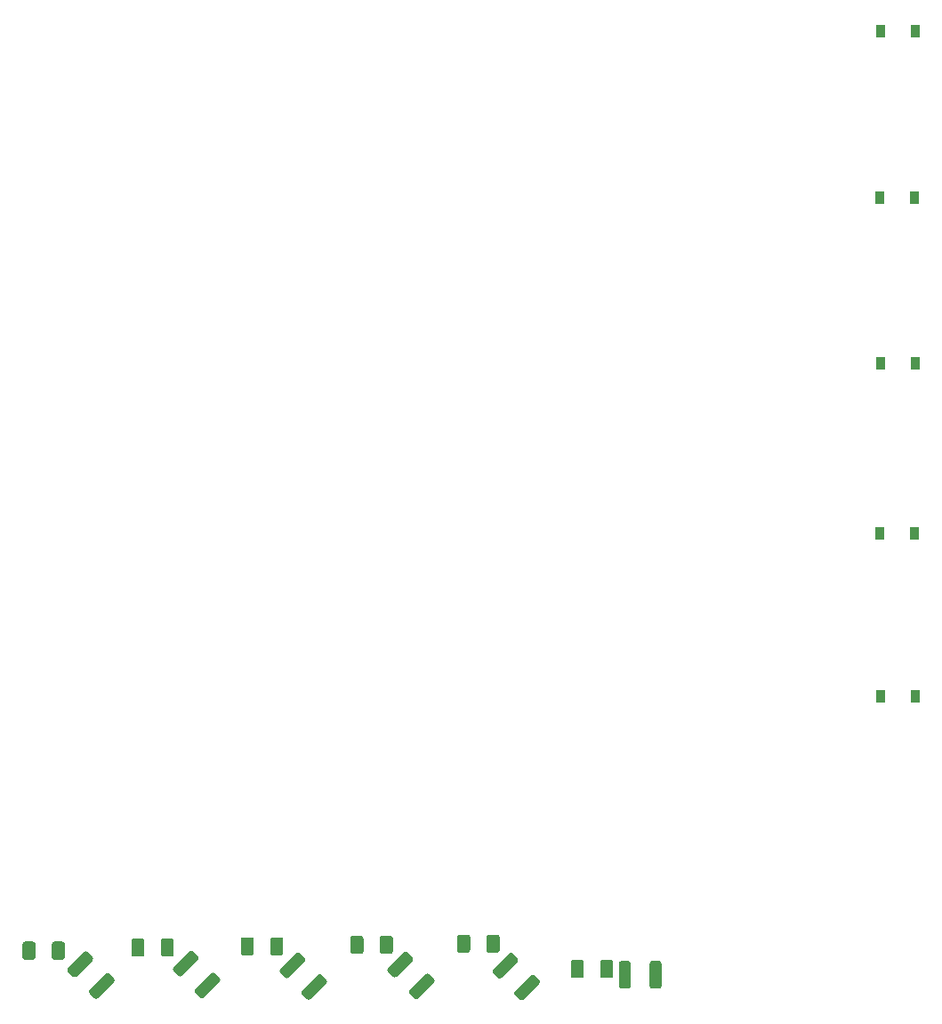
<source format=gbr>
%TF.GenerationSoftware,KiCad,Pcbnew,(5.1.10)-1*%
%TF.CreationDate,2021-08-20T00:09:58-04:00*%
%TF.ProjectId,Back_F407_expansion_board,4261636b-5f46-4343-9037-5f657870616e,rev?*%
%TF.SameCoordinates,Original*%
%TF.FileFunction,Paste,Bot*%
%TF.FilePolarity,Positive*%
%FSLAX46Y46*%
G04 Gerber Fmt 4.6, Leading zero omitted, Abs format (unit mm)*
G04 Created by KiCad (PCBNEW (5.1.10)-1) date 2021-08-20 00:09:58*
%MOMM*%
%LPD*%
G01*
G04 APERTURE LIST*
%ADD10R,0.900000X1.200000*%
G04 APERTURE END LIST*
%TO.C,D19*%
G36*
G01*
X87729900Y-124043600D02*
X87729900Y-122793600D01*
G75*
G02*
X87979900Y-122543600I250000J0D01*
G01*
X88729900Y-122543600D01*
G75*
G02*
X88979900Y-122793600I0J-250000D01*
G01*
X88979900Y-124043600D01*
G75*
G02*
X88729900Y-124293600I-250000J0D01*
G01*
X87979900Y-124293600D01*
G75*
G02*
X87729900Y-124043600I0J250000D01*
G01*
G37*
G36*
G01*
X84929900Y-124043600D02*
X84929900Y-122793600D01*
G75*
G02*
X85179900Y-122543600I250000J0D01*
G01*
X85929900Y-122543600D01*
G75*
G02*
X86179900Y-122793600I0J-250000D01*
G01*
X86179900Y-124043600D01*
G75*
G02*
X85929900Y-124293600I-250000J0D01*
G01*
X85179900Y-124293600D01*
G75*
G02*
X84929900Y-124043600I0J250000D01*
G01*
G37*
%TD*%
%TO.C,D17*%
G36*
G01*
X98093100Y-123738800D02*
X98093100Y-122488800D01*
G75*
G02*
X98343100Y-122238800I250000J0D01*
G01*
X99093100Y-122238800D01*
G75*
G02*
X99343100Y-122488800I0J-250000D01*
G01*
X99343100Y-123738800D01*
G75*
G02*
X99093100Y-123988800I-250000J0D01*
G01*
X98343100Y-123988800D01*
G75*
G02*
X98093100Y-123738800I0J250000D01*
G01*
G37*
G36*
G01*
X95293100Y-123738800D02*
X95293100Y-122488800D01*
G75*
G02*
X95543100Y-122238800I250000J0D01*
G01*
X96293100Y-122238800D01*
G75*
G02*
X96543100Y-122488800I0J-250000D01*
G01*
X96543100Y-123738800D01*
G75*
G02*
X96293100Y-123988800I-250000J0D01*
G01*
X95543100Y-123988800D01*
G75*
G02*
X95293100Y-123738800I0J250000D01*
G01*
G37*
%TD*%
%TO.C,D15*%
G36*
G01*
X108507100Y-123637200D02*
X108507100Y-122387200D01*
G75*
G02*
X108757100Y-122137200I250000J0D01*
G01*
X109507100Y-122137200D01*
G75*
G02*
X109757100Y-122387200I0J-250000D01*
G01*
X109757100Y-123637200D01*
G75*
G02*
X109507100Y-123887200I-250000J0D01*
G01*
X108757100Y-123887200D01*
G75*
G02*
X108507100Y-123637200I0J250000D01*
G01*
G37*
G36*
G01*
X105707100Y-123637200D02*
X105707100Y-122387200D01*
G75*
G02*
X105957100Y-122137200I250000J0D01*
G01*
X106707100Y-122137200D01*
G75*
G02*
X106957100Y-122387200I0J-250000D01*
G01*
X106957100Y-123637200D01*
G75*
G02*
X106707100Y-123887200I-250000J0D01*
G01*
X105957100Y-123887200D01*
G75*
G02*
X105707100Y-123637200I0J250000D01*
G01*
G37*
%TD*%
%TO.C,D13*%
G36*
G01*
X118932800Y-123484800D02*
X118932800Y-122234800D01*
G75*
G02*
X119182800Y-121984800I250000J0D01*
G01*
X119932800Y-121984800D01*
G75*
G02*
X120182800Y-122234800I0J-250000D01*
G01*
X120182800Y-123484800D01*
G75*
G02*
X119932800Y-123734800I-250000J0D01*
G01*
X119182800Y-123734800D01*
G75*
G02*
X118932800Y-123484800I0J250000D01*
G01*
G37*
G36*
G01*
X116132800Y-123484800D02*
X116132800Y-122234800D01*
G75*
G02*
X116382800Y-121984800I250000J0D01*
G01*
X117132800Y-121984800D01*
G75*
G02*
X117382800Y-122234800I0J-250000D01*
G01*
X117382800Y-123484800D01*
G75*
G02*
X117132800Y-123734800I-250000J0D01*
G01*
X116382800Y-123734800D01*
G75*
G02*
X116132800Y-123484800I0J250000D01*
G01*
G37*
%TD*%
%TO.C,D11*%
G36*
G01*
X129092800Y-123383200D02*
X129092800Y-122133200D01*
G75*
G02*
X129342800Y-121883200I250000J0D01*
G01*
X130092800Y-121883200D01*
G75*
G02*
X130342800Y-122133200I0J-250000D01*
G01*
X130342800Y-123383200D01*
G75*
G02*
X130092800Y-123633200I-250000J0D01*
G01*
X129342800Y-123633200D01*
G75*
G02*
X129092800Y-123383200I0J250000D01*
G01*
G37*
G36*
G01*
X126292800Y-123383200D02*
X126292800Y-122133200D01*
G75*
G02*
X126542800Y-121883200I250000J0D01*
G01*
X127292800Y-121883200D01*
G75*
G02*
X127542800Y-122133200I0J-250000D01*
G01*
X127542800Y-123383200D01*
G75*
G02*
X127292800Y-123633200I-250000J0D01*
G01*
X126542800Y-123633200D01*
G75*
G02*
X126292800Y-123383200I0J250000D01*
G01*
G37*
%TD*%
%TO.C,D9*%
G36*
G01*
X139913200Y-125770800D02*
X139913200Y-124520800D01*
G75*
G02*
X140163200Y-124270800I250000J0D01*
G01*
X140913200Y-124270800D01*
G75*
G02*
X141163200Y-124520800I0J-250000D01*
G01*
X141163200Y-125770800D01*
G75*
G02*
X140913200Y-126020800I-250000J0D01*
G01*
X140163200Y-126020800D01*
G75*
G02*
X139913200Y-125770800I0J250000D01*
G01*
G37*
G36*
G01*
X137113200Y-125770800D02*
X137113200Y-124520800D01*
G75*
G02*
X137363200Y-124270800I250000J0D01*
G01*
X138113200Y-124270800D01*
G75*
G02*
X138363200Y-124520800I0J-250000D01*
G01*
X138363200Y-125770800D01*
G75*
G02*
X138113200Y-126020800I-250000J0D01*
G01*
X137363200Y-126020800D01*
G75*
G02*
X137113200Y-125770800I0J250000D01*
G01*
G37*
%TD*%
%TO.C,R57*%
G36*
G01*
X91571000Y-124340719D02*
X90050719Y-125861000D01*
G75*
G02*
X89697167Y-125861000I-176776J176776D01*
G01*
X89255224Y-125419057D01*
G75*
G02*
X89255224Y-125065505I176776J176776D01*
G01*
X90775505Y-123545224D01*
G75*
G02*
X91129057Y-123545224I176776J-176776D01*
G01*
X91571000Y-123987167D01*
G75*
G02*
X91571000Y-124340719I-176776J-176776D01*
G01*
G37*
G36*
G01*
X93639288Y-126409007D02*
X92119007Y-127929288D01*
G75*
G02*
X91765455Y-127929288I-176776J176776D01*
G01*
X91323512Y-127487345D01*
G75*
G02*
X91323512Y-127133793I176776J176776D01*
G01*
X92843793Y-125613512D01*
G75*
G02*
X93197345Y-125613512I176776J-176776D01*
G01*
X93639288Y-126055455D01*
G75*
G02*
X93639288Y-126409007I-176776J-176776D01*
G01*
G37*
%TD*%
%TO.C,R55*%
G36*
G01*
X101629400Y-124289919D02*
X100109119Y-125810200D01*
G75*
G02*
X99755567Y-125810200I-176776J176776D01*
G01*
X99313624Y-125368257D01*
G75*
G02*
X99313624Y-125014705I176776J176776D01*
G01*
X100833905Y-123494424D01*
G75*
G02*
X101187457Y-123494424I176776J-176776D01*
G01*
X101629400Y-123936367D01*
G75*
G02*
X101629400Y-124289919I-176776J-176776D01*
G01*
G37*
G36*
G01*
X103697688Y-126358207D02*
X102177407Y-127878488D01*
G75*
G02*
X101823855Y-127878488I-176776J176776D01*
G01*
X101381912Y-127436545D01*
G75*
G02*
X101381912Y-127082993I176776J176776D01*
G01*
X102902193Y-125562712D01*
G75*
G02*
X103255745Y-125562712I176776J-176776D01*
G01*
X103697688Y-126004655D01*
G75*
G02*
X103697688Y-126358207I-176776J-176776D01*
G01*
G37*
%TD*%
%TO.C,R53*%
G36*
G01*
X111789400Y-124442319D02*
X110269119Y-125962600D01*
G75*
G02*
X109915567Y-125962600I-176776J176776D01*
G01*
X109473624Y-125520657D01*
G75*
G02*
X109473624Y-125167105I176776J176776D01*
G01*
X110993905Y-123646824D01*
G75*
G02*
X111347457Y-123646824I176776J-176776D01*
G01*
X111789400Y-124088767D01*
G75*
G02*
X111789400Y-124442319I-176776J-176776D01*
G01*
G37*
G36*
G01*
X113857688Y-126510607D02*
X112337407Y-128030888D01*
G75*
G02*
X111983855Y-128030888I-176776J176776D01*
G01*
X111541912Y-127588945D01*
G75*
G02*
X111541912Y-127235393I176776J176776D01*
G01*
X113062193Y-125715112D01*
G75*
G02*
X113415745Y-125715112I176776J-176776D01*
G01*
X113857688Y-126157055D01*
G75*
G02*
X113857688Y-126510607I-176776J-176776D01*
G01*
G37*
%TD*%
%TO.C,R51*%
G36*
G01*
X122036488Y-124377007D02*
X120516207Y-125897288D01*
G75*
G02*
X120162655Y-125897288I-176776J176776D01*
G01*
X119720712Y-125455345D01*
G75*
G02*
X119720712Y-125101793I176776J176776D01*
G01*
X121240993Y-123581512D01*
G75*
G02*
X121594545Y-123581512I176776J-176776D01*
G01*
X122036488Y-124023455D01*
G75*
G02*
X122036488Y-124377007I-176776J-176776D01*
G01*
G37*
G36*
G01*
X124104776Y-126445295D02*
X122584495Y-127965576D01*
G75*
G02*
X122230943Y-127965576I-176776J176776D01*
G01*
X121789000Y-127523633D01*
G75*
G02*
X121789000Y-127170081I176776J176776D01*
G01*
X123309281Y-125649800D01*
G75*
G02*
X123662833Y-125649800I176776J-176776D01*
G01*
X124104776Y-126091743D01*
G75*
G02*
X124104776Y-126445295I-176776J-176776D01*
G01*
G37*
%TD*%
%TO.C,R49*%
G36*
G01*
X132044088Y-124478607D02*
X130523807Y-125998888D01*
G75*
G02*
X130170255Y-125998888I-176776J176776D01*
G01*
X129728312Y-125556945D01*
G75*
G02*
X129728312Y-125203393I176776J176776D01*
G01*
X131248593Y-123683112D01*
G75*
G02*
X131602145Y-123683112I176776J-176776D01*
G01*
X132044088Y-124125055D01*
G75*
G02*
X132044088Y-124478607I-176776J-176776D01*
G01*
G37*
G36*
G01*
X134112376Y-126546895D02*
X132592095Y-128067176D01*
G75*
G02*
X132238543Y-128067176I-176776J176776D01*
G01*
X131796600Y-127625233D01*
G75*
G02*
X131796600Y-127271681I176776J176776D01*
G01*
X133316881Y-125751400D01*
G75*
G02*
X133670433Y-125751400I176776J-176776D01*
G01*
X134112376Y-126193343D01*
G75*
G02*
X134112376Y-126546895I-176776J-176776D01*
G01*
G37*
%TD*%
%TO.C,R47*%
G36*
G01*
X142827900Y-124629599D02*
X142827900Y-126779601D01*
G75*
G02*
X142577901Y-127029600I-249999J0D01*
G01*
X141952899Y-127029600D01*
G75*
G02*
X141702900Y-126779601I0J249999D01*
G01*
X141702900Y-124629599D01*
G75*
G02*
X141952899Y-124379600I249999J0D01*
G01*
X142577901Y-124379600D01*
G75*
G02*
X142827900Y-124629599I0J-249999D01*
G01*
G37*
G36*
G01*
X145752900Y-124629599D02*
X145752900Y-126779601D01*
G75*
G02*
X145502901Y-127029600I-249999J0D01*
G01*
X144877899Y-127029600D01*
G75*
G02*
X144627900Y-126779601I0J249999D01*
G01*
X144627900Y-124629599D01*
G75*
G02*
X144877899Y-124379600I249999J0D01*
G01*
X145502901Y-124379600D01*
G75*
G02*
X145752900Y-124629599I0J-249999D01*
G01*
G37*
%TD*%
D10*
%TO.C,D4*%
X169797000Y-51816000D03*
X166497000Y-51816000D03*
%TD*%
%TO.C,D8*%
X169924000Y-99187000D03*
X166624000Y-99187000D03*
%TD*%
%TO.C,D7*%
X169797000Y-83693000D03*
X166497000Y-83693000D03*
%TD*%
%TO.C,D6*%
X169924000Y-35941000D03*
X166624000Y-35941000D03*
%TD*%
%TO.C,D5*%
X169925000Y-67564000D03*
X166625000Y-67564000D03*
%TD*%
M02*

</source>
